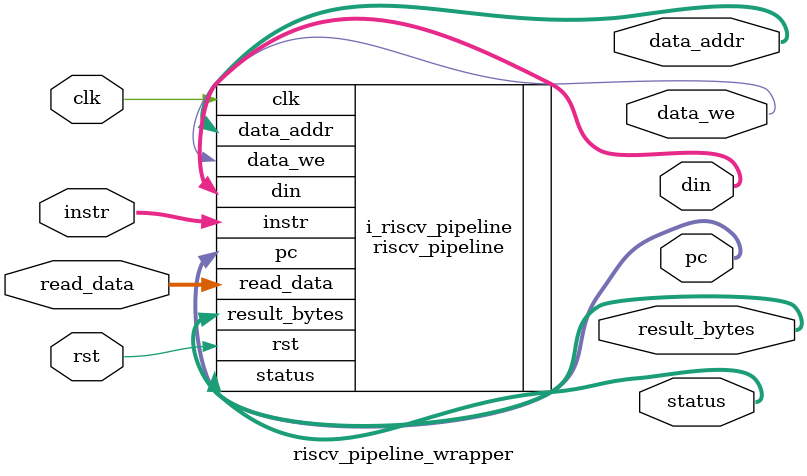
<source format=v>
module riscv_pipeline_wrapper (
    input wire  clk,
    input wire rst,

    // from instr memory
    input wire [31:0] instr,

    // to instr memory
    output wire [31:0] pc,

    // from data memory
    input wire [31:0] read_data,

    // to data memory
    output wire data_we,
    output wire [31:0] data_addr,
    output wire [31:0] din,

    // to I/O module
    output wire [31:0] status,
    output wire [31:0] result_bytes
);
    riscv_pipeline i_riscv_pipeline (
        .clk(clk),
        .rst(rst),
        .instr(instr),
        .pc(pc),
        .read_data(read_data),
        .data_we(data_we),
        .data_addr(data_addr),
        .din(din),
        .status(status),
        .result_bytes(result_bytes)
    );
endmodule
</source>
